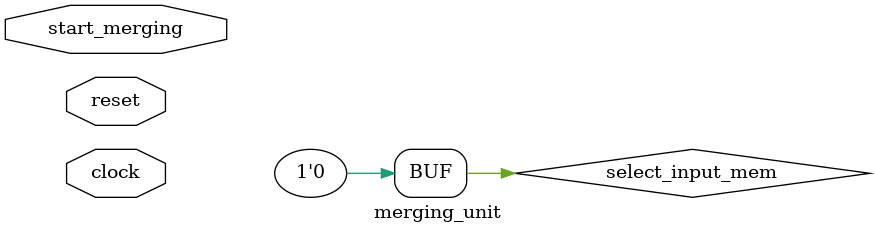
<source format=sv>

`timescale 10ns / 1ns
`include "interfaces.svh"


module merging_unit #(
    parameter DATA_WIDTH=32,
    parameter MAX_SORT_LENGTH=32,
    parameter BASE_CHUNK_SIZE=8
)(
    input wire clock,
    input wire reset,
    axi_stream.slave data_in,
    input wire start_merging
);

    reg select_input_mem = 0;

    wire [$clog2(MAX_SORT_LENGTH)-1:0] mem_a_addr_w;
    wire [DATA_WIDTH-1:0] mem_a_data_w;



    reg [$clog2(MAX_SORT_LENGTH)-1:0] mem_a_addr_r;
    reg [DATA_WIDTH-1:0] mem_a_data_r;

    reg [$clog2(MAX_SORT_LENGTH)-1:0] mem_b_addr_w;
    reg [$clog2(MAX_SORT_LENGTH)-1:0] mem_b_addr_r;
    reg [DATA_WIDTH-1:0] mem_b_data_w;
    reg [DATA_WIDTH-1:0] mem_b_data_r;


    DP_RAM#(
        .DATA_WIDTH(DATA_WIDTH),
        .ADDR_WIDTH($clog2(MAX_SORT_LENGTH))
    ) sort_mem_a (
        .clk(clock),
        .addr_a(mem_a_addr_w),
        .data_a(mem_a_data_w),
        .we_a(1'b1),    
        .addr_b(mem_a_addr_r),
        .data_b(mem_a_data_r),
        .en_b(1'b1)
    );

    DP_RAM#(
        .DATA_WIDTH(DATA_WIDTH),
        .ADDR_WIDTH($clog2(MAX_SORT_LENGTH))
    ) sort_mem_b (
        .clk(clock),
        .addr_a(mem_b_addr_w),
        .data_a(mem_b_addr_r),
        .we_a(1'b1),    
        .addr_b(mem_b_data_w),
        .data_b(mem_b_data_r),
        .en_b(1'b1)
    );



endmodule
</source>
